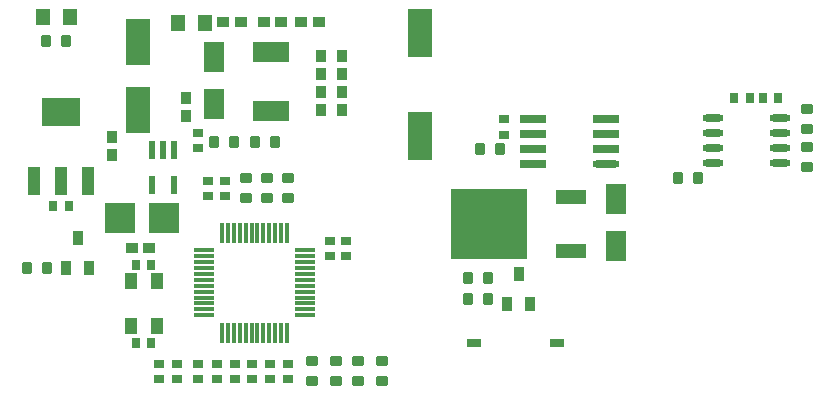
<source format=gtp>
G04*
G04 #@! TF.GenerationSoftware,Altium Limited,Altium Designer,21.3.2 (30)*
G04*
G04 Layer_Color=8421504*
%FSTAX24Y24*%
%MOIN*%
G70*
G04*
G04 #@! TF.SameCoordinates,A4DC8701-BC22-4BCE-B91D-7DEF39426184*
G04*
G04*
G04 #@! TF.FilePolarity,Positive*
G04*
G01*
G75*
%ADD21R,0.0335X0.0276*%
%ADD22R,0.0472X0.0315*%
%ADD23R,0.0669X0.0118*%
%ADD24R,0.0118X0.0669*%
G04:AMPARAMS|DCode=25|XSize=39.4mil|YSize=35.4mil|CornerRadius=4.4mil|HoleSize=0mil|Usage=FLASHONLY|Rotation=270.000|XOffset=0mil|YOffset=0mil|HoleType=Round|Shape=RoundedRectangle|*
%AMROUNDEDRECTD25*
21,1,0.0394,0.0266,0,0,270.0*
21,1,0.0305,0.0354,0,0,270.0*
1,1,0.0089,-0.0133,-0.0153*
1,1,0.0089,-0.0133,0.0153*
1,1,0.0089,0.0133,0.0153*
1,1,0.0089,0.0133,-0.0153*
%
%ADD25ROUNDEDRECTD25*%
%ADD26R,0.0276X0.0335*%
%ADD27R,0.0787X0.1575*%
%ADD28R,0.0500X0.0550*%
%ADD29R,0.0394X0.0374*%
%ADD30R,0.0374X0.0394*%
%ADD31R,0.1220X0.0709*%
%ADD32R,0.0669X0.0984*%
%ADD33R,0.0787X0.1614*%
%ADD34R,0.0236X0.0591*%
%ADD35R,0.0984X0.0984*%
%ADD36R,0.0900X0.0250*%
%ADD37O,0.0900X0.0250*%
%ADD38R,0.0394X0.0945*%
%ADD39R,0.1299X0.0945*%
%ADD40R,0.2559X0.2362*%
%ADD41R,0.0984X0.0472*%
%ADD42R,0.0335X0.0472*%
%ADD43R,0.0394X0.0551*%
G04:AMPARAMS|DCode=44|XSize=39.4mil|YSize=35.4mil|CornerRadius=4.4mil|HoleSize=0mil|Usage=FLASHONLY|Rotation=180.000|XOffset=0mil|YOffset=0mil|HoleType=Round|Shape=RoundedRectangle|*
%AMROUNDEDRECTD44*
21,1,0.0394,0.0266,0,0,180.0*
21,1,0.0305,0.0354,0,0,180.0*
1,1,0.0089,-0.0153,0.0133*
1,1,0.0089,0.0153,0.0133*
1,1,0.0089,0.0153,-0.0133*
1,1,0.0089,-0.0153,-0.0133*
%
%ADD44ROUNDEDRECTD44*%
%ADD45O,0.0709X0.0236*%
D21*
X0388Y010094D02*
D03*
Y010606D02*
D03*
X0379Y004506D02*
D03*
Y003994D02*
D03*
X0372Y004506D02*
D03*
Y003994D02*
D03*
X0366Y004506D02*
D03*
Y003994D02*
D03*
X0379Y012206D02*
D03*
Y011694D02*
D03*
X04285Y008094D02*
D03*
Y008606D02*
D03*
X0481Y012144D02*
D03*
Y012656D02*
D03*
X0423Y008094D02*
D03*
Y008606D02*
D03*
X03825Y010606D02*
D03*
Y010094D02*
D03*
X039137Y004506D02*
D03*
Y003994D02*
D03*
X0409Y004506D02*
D03*
Y003994D02*
D03*
X039725D02*
D03*
Y004506D02*
D03*
X03855Y003994D02*
D03*
Y004506D02*
D03*
X040312Y003994D02*
D03*
Y004506D02*
D03*
D22*
X049878Y0052D02*
D03*
X047122D02*
D03*
D23*
X038131Y008283D02*
D03*
Y008086D02*
D03*
Y007889D02*
D03*
Y007692D02*
D03*
Y007495D02*
D03*
Y007298D02*
D03*
Y007102D02*
D03*
Y006905D02*
D03*
Y006708D02*
D03*
Y006511D02*
D03*
Y006314D02*
D03*
Y006117D02*
D03*
X041469D02*
D03*
Y006314D02*
D03*
Y006511D02*
D03*
Y006708D02*
D03*
Y006905D02*
D03*
Y007102D02*
D03*
Y007298D02*
D03*
Y007495D02*
D03*
Y007692D02*
D03*
Y007889D02*
D03*
Y008086D02*
D03*
Y008283D02*
D03*
D24*
X038717Y005531D02*
D03*
X038914D02*
D03*
X039111D02*
D03*
X039308D02*
D03*
X039505D02*
D03*
X039702D02*
D03*
X039898D02*
D03*
X040095D02*
D03*
X040292D02*
D03*
X040489D02*
D03*
X040686D02*
D03*
X040883D02*
D03*
Y008868D02*
D03*
X040686D02*
D03*
X040489D02*
D03*
X040292D02*
D03*
X040095D02*
D03*
X039898D02*
D03*
X039702D02*
D03*
X039505D02*
D03*
X039308D02*
D03*
X039111D02*
D03*
X038914D02*
D03*
X038717D02*
D03*
D25*
X053915Y0107D02*
D03*
X054585D02*
D03*
X046915Y00665D02*
D03*
X047585D02*
D03*
X039802Y0119D02*
D03*
X040471D02*
D03*
X032852Y015253D02*
D03*
X033521D02*
D03*
X047985Y01165D02*
D03*
X047315D02*
D03*
X039121Y0119D02*
D03*
X038452D02*
D03*
X047585Y00735D02*
D03*
X046915D02*
D03*
X032885Y0077D02*
D03*
X032215D02*
D03*
D26*
X056306Y01335D02*
D03*
X055794D02*
D03*
X033606Y00975D02*
D03*
X033094D02*
D03*
X036356Y0078D02*
D03*
X035844D02*
D03*
Y0052D02*
D03*
X036356D02*
D03*
X056744Y01335D02*
D03*
X057256D02*
D03*
D27*
X0359Y015233D02*
D03*
Y01295D02*
D03*
D28*
X03725Y01585D02*
D03*
X03815D02*
D03*
X033636Y016053D02*
D03*
X032736D02*
D03*
D29*
X039345Y0159D02*
D03*
X038755D02*
D03*
X040695D02*
D03*
X040105D02*
D03*
X041945D02*
D03*
X041355D02*
D03*
X036295Y00835D02*
D03*
X035705D02*
D03*
D30*
X042Y013545D02*
D03*
Y012955D02*
D03*
X0427D02*
D03*
Y013545D02*
D03*
X042Y014745D02*
D03*
Y014155D02*
D03*
X0427Y014745D02*
D03*
Y014155D02*
D03*
X0375Y013345D02*
D03*
Y012755D02*
D03*
X03505Y011455D02*
D03*
Y012045D02*
D03*
D31*
X04035Y014884D02*
D03*
Y012916D02*
D03*
D32*
X03845Y013163D02*
D03*
Y014737D02*
D03*
X05185Y009987D02*
D03*
Y008413D02*
D03*
D33*
X0453Y015513D02*
D03*
Y012087D02*
D03*
D34*
X036376Y010459D02*
D03*
X037124D02*
D03*
X03675Y011641D02*
D03*
X036376D02*
D03*
X037124D02*
D03*
D35*
X035322Y00935D02*
D03*
X036778D02*
D03*
D36*
X049087Y012663D02*
D03*
X049087Y012163D02*
D03*
Y011663D02*
D03*
X049087Y011163D02*
D03*
X051513Y012663D02*
D03*
X051513Y012163D02*
D03*
Y011663D02*
D03*
D37*
X051513Y011163D02*
D03*
D38*
X032444Y010608D02*
D03*
X03335D02*
D03*
X034256D02*
D03*
D39*
X03335Y012892D02*
D03*
D40*
X047614Y00915D02*
D03*
D41*
X05035Y01005D02*
D03*
X05035Y00825D02*
D03*
D42*
X048602Y007492D02*
D03*
X04823Y00651D02*
D03*
X048988Y006508D02*
D03*
X034288Y007708D02*
D03*
X03353Y00771D02*
D03*
X033902Y008692D02*
D03*
D43*
X035667Y005752D02*
D03*
Y007248D02*
D03*
X036533Y005752D02*
D03*
Y007248D02*
D03*
D44*
X0395Y010685D02*
D03*
Y010015D02*
D03*
X0402Y010685D02*
D03*
Y010015D02*
D03*
X0409Y010685D02*
D03*
Y010015D02*
D03*
X0417Y003915D02*
D03*
Y004585D02*
D03*
X04325D02*
D03*
Y003915D02*
D03*
X0425Y004585D02*
D03*
Y003915D02*
D03*
X04405Y004585D02*
D03*
Y003915D02*
D03*
X0582Y011735D02*
D03*
Y011065D02*
D03*
Y012985D02*
D03*
Y012315D02*
D03*
D45*
X057312Y0112D02*
D03*
Y0117D02*
D03*
Y0122D02*
D03*
Y0127D02*
D03*
X055088Y0112D02*
D03*
Y0117D02*
D03*
Y0122D02*
D03*
Y0127D02*
D03*
M02*

</source>
